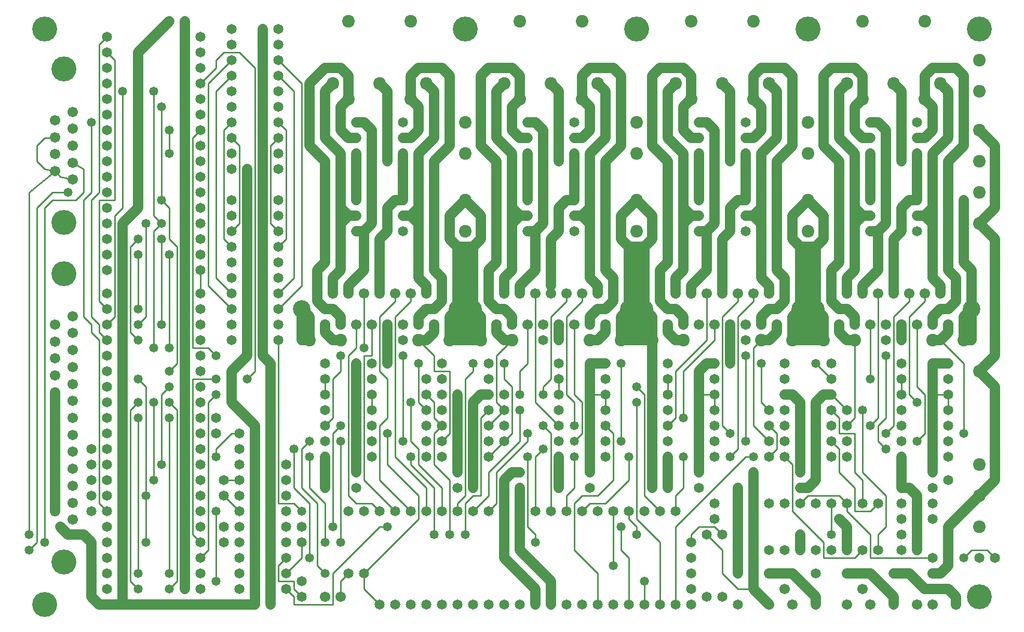
<source format=gtl>
%MOIN*%
%FSLAX25Y25*%
G04 D10 used for Character Trace; *
G04     Circle (OD=.01000) (No hole)*
G04 D11 used for Power Trace; *
G04     Circle (OD=.06500) (No hole)*
G04 D12 used for Signal Trace; *
G04     Circle (OD=.01100) (No hole)*
G04 D13 used for Via; *
G04     Circle (OD=.05800) (Round. Hole ID=.02800)*
G04 D14 used for Component hole; *
G04     Circle (OD=.06500) (Round. Hole ID=.03500)*
G04 D15 used for Component hole; *
G04     Circle (OD=.06700) (Round. Hole ID=.04300)*
G04 D16 used for Component hole; *
G04     Circle (OD=.08100) (Round. Hole ID=.05100)*
G04 D17 used for Component hole; *
G04     Circle (OD=.08900) (Round. Hole ID=.05900)*
G04 D18 used for Component hole; *
G04     Circle (OD=.11300) (Round. Hole ID=.08300)*
G04 D19 used for Component hole; *
G04     Circle (OD=.16000) (Round. Hole ID=.13000)*
G04 D20 used for Component hole; *
G04     Circle (OD=.18300) (Round. Hole ID=.15300)*
G04 D21 used for Component hole; *
G04     Circle (OD=.22291) (Round. Hole ID=.19291)*
%ADD10C,.01000*%
%ADD11C,.06500*%
%ADD12C,.01100*%
%ADD13C,.05800*%
%ADD14C,.06500*%
%ADD15C,.06700*%
%ADD16C,.08100*%
%ADD17C,.08900*%
%ADD18C,.11300*%
%ADD19C,.16000*%
%ADD20C,.18300*%
%ADD21C,.22291*%
%IPPOS*%
%LPD*%
G90*X0Y0D02*D19*X15000Y10000D03*X27400Y37400D03*  
D13*X5000Y45000D03*D12*X10000Y50000D01*Y265000D01*
X20000Y275000D01*X30000D01*D13*D03*D12*           
X20000Y270000D02*X35000D01*X15000Y265000D02*      
X20000Y270000D01*X15000Y50000D02*Y265000D01*D13*  
Y50000D03*X25000Y60000D03*D11*X30000Y55000D01*    
X40000D01*X45000Y50000D01*Y15000D01*              
X50000Y10000D01*X65000D01*X150000D01*Y30000D01*   
D13*D03*D11*Y80000D01*D13*D03*D11*Y110000D01*D14* 
D03*D11*Y125000D01*X135000Y140000D01*Y160000D01*  
X145000Y170000D01*D14*D03*D11*Y180000D01*D13*D03* 
D11*Y280000D01*D14*D03*D11*Y290000D01*D13*D03*D14*
X155000Y280000D03*D11*Y270000D01*D13*D03*D11*     
Y170000D01*D14*D03*D11*X160000Y165000D01*         
Y110000D01*D14*D03*D11*Y100000D01*D14*D03*D11*    
Y90000D01*D13*D03*D11*Y10000D01*D13*D03*D14*      
X170000Y20000D03*D12*X175000Y15000D01*Y10000D01*  
X200000D01*Y30000D01*X230000Y60000D01*X235000D01* 
D13*D03*D14*X240000Y70000D03*D12*X220000Y90000D01*
Y170000D01*X225000D01*Y190000D01*D15*D03*D12*     
X230000Y160000D02*Y195000D01*X235000Y155000D02*   
X230000Y160000D01*X235000Y130000D02*Y155000D01*   
X230000Y125000D02*X235000Y130000D01*              
X230000Y90000D02*Y125000D01*X250000Y70000D02*     
X230000Y90000D01*D14*X250000Y70000D03*D12*        
X220000Y30000D02*X255000Y65000D01*D14*            
X220000Y30000D03*D12*Y20000D01*X230000Y10000D01*  
D14*D03*X240000D03*X210000Y30000D03*D12*          
X205000Y25000D01*Y15000D01*D15*D03*X195000D03*D13*
Y30000D03*D12*X190000Y35000D01*Y75000D01*         
X180000Y85000D01*Y110000D01*X185000Y115000D01*D13*
D03*D14*X195000Y105000D03*D11*Y85000D01*D13*D03*  
D12*X185000Y40000D02*Y75000D01*D13*Y40000D03*D12* 
X170000Y30000D02*X180000Y40000D01*D14*            
X170000Y30000D03*D12*X175000Y20000D02*Y25000D01*  
X180000Y15000D02*X175000Y20000D01*D14*            
X180000Y15000D03*Y25000D03*D12*X165000D02*        
X175000D01*X165000D02*Y35000D01*X170000Y40000D01* 
D14*D03*X180000Y50000D03*D12*Y40000D01*D14*       
X170000Y50000D03*D13*X195000D03*D12*Y75000D01*    
X185000Y85000D01*Y105000D01*D13*D03*D14*          
X195000Y115000D03*D13*X175000Y110000D03*D12*      
Y85000D01*X185000Y75000D01*D13*X180000Y70000D03*  
D12*X175000Y75000D01*X165000D01*Y180000D01*D14*   
D03*Y190000D03*D11*X180000Y180000D02*X185000D01*  
D16*D03*D11*Y195000D01*X180000Y200000D01*D18*D03* 
D11*Y180000D01*D14*X195000Y165000D03*D11*         
X200000Y180000D02*X195000Y185000D01*              
X200000Y180000D02*X205000D01*D16*D03*D15*         
X215000Y190000D03*D12*Y175000D01*                 
X210000Y170000D01*Y80000D01*X215000Y75000D01*     
X225000D01*X230000Y70000D01*D14*D03*X220000D03*   
X215000Y85000D03*X210000Y70000D03*D12*            
X255000Y65000D02*Y80000D01*X235000Y100000D01*     
Y120000D01*D13*D03*X245000Y115000D03*D12*         
Y170000D01*D13*D03*D16*X255000Y180000D03*D12*     
X265000Y170000D01*Y160000D01*X275000D01*          
Y120000D01*X270000Y115000D01*D14*D03*D12*         
X265000Y100000D02*Y120000D01*X275000Y90000D02*    
X265000Y100000D01*X275000Y55000D02*Y90000D01*D13* 
Y55000D03*X285000D03*D12*Y75000D01*               
X290000Y80000D01*X295000D01*Y130000D01*           
X300000Y135000D01*D14*D03*D12*X310000D02*         
X305000Y140000D01*D14*X310000Y135000D03*D12*      
X300000Y125000D01*D14*D03*X310000Y115000D03*D12*  
X300000Y105000D01*D14*D03*D12*X310000Y115000D02*  
X315000Y120000D01*Y150000D01*X310000Y155000D01*   
Y165000D01*D13*D03*D12*X305000Y140000D02*         
Y170000D01*D14*X310000Y145000D03*X300000D03*D11*  
X295000D01*X290000Y140000D01*Y130000D01*D13*D03*  
D11*Y110000D01*D13*D03*D11*Y85000D01*D13*D03*D12* 
X280000Y75000D02*X285000Y80000D01*                
X280000Y70000D02*Y75000D01*D14*Y70000D03*D12*     
X285000Y80000D02*Y155000D01*X290000Y160000D01*    
Y165000D01*D13*D03*D14*X300000Y155000D03*         
Y165000D03*D16*X275000Y180000D03*D11*X280000D01*  
X285000D01*X290000D01*X295000D01*D16*D03*D11*     
Y195000D01*X290000Y200000D01*D18*D03*D11*         
Y180000D01*X285000D02*Y240000D01*X280000D01*      
Y230000D01*D13*D03*D11*Y220000D01*D13*D03*D11*    
Y200000D01*D18*D03*D11*Y180000D01*X275000D02*     
Y195000D01*X280000Y200000D01*X265000D02*          
X270000Y205000D01*X260000Y200000D02*X265000D01*   
X255000Y195000D02*X260000Y200000D01*              
X255000Y190000D02*Y195000D01*D15*Y190000D03*D14*  
X245000Y180000D03*D11*X260000D02*                 
X265000Y185000D01*X255000Y180000D02*X260000D01*   
D15*X265000Y190000D03*D11*Y185000D01*D13*         
X255000Y165000D03*D12*Y140000D01*                 
X260000Y135000D01*D14*D03*D12*X270000Y125000D02*  
X265000Y130000D01*D14*X270000Y125000D03*D12*      
X265000Y120000D01*D14*X260000Y125000D03*          
Y115000D03*D12*X255000Y100000D02*Y110000D01*      
X270000Y85000D02*X255000Y100000D01*               
X270000Y70000D02*Y85000D01*D14*Y70000D03*         
X260000D03*D12*Y85000D01*X240000Y105000D01*       
Y195000D01*X250000Y205000D01*Y210000D01*D15*D03*  
D11*X260000Y215000D02*X255000Y220000D01*          
X260000Y210000D02*Y215000D01*D15*Y210000D03*D11*  
X270000Y205000D02*Y220000D01*X255000D02*          
Y255000D01*Y265000D01*X250000Y260000D01*          
X255000Y255000D01*X245000Y260000D02*X250000D01*   
D14*X245000D03*D11*X230000Y245000D02*             
X235000Y250000D01*X230000Y240000D02*Y245000D01*   
D14*Y240000D03*D11*Y210000D01*D15*D03*D12*        
Y195000D02*X240000Y205000D01*D15*                 
X235000Y190000D03*D11*Y180000D01*D14*D03*D11*     
Y165000D01*D13*D03*D14*X225000Y155000D03*         
Y165000D03*D13*X220000Y175000D03*D12*Y210000D01*  
D15*D03*D11*X210000D02*Y215000D01*D15*Y210000D03* 
D11*Y215000D02*X220000Y225000D01*Y240000D01*D14*  
D03*D11*Y250000D01*X215000D01*D14*D03*D11*        
X220000D02*X225000Y255000D01*Y315000D01*          
X220000Y320000D01*X215000D01*D14*D03*D11*         
X205000Y315000D02*Y330000D01*X210000Y310000D02*   
X205000Y315000D01*X210000Y310000D02*X215000D01*   
D14*D03*D11*X205000Y265000D02*Y300000D01*         
Y255000D02*Y265000D01*Y225000D02*Y255000D01*      
X200000Y220000D02*X205000Y225000D01*              
X200000Y210000D02*Y220000D01*D15*Y210000D03*D11*  
X195000Y200000D02*X200000D01*X205000Y195000D01*   
Y190000D01*D15*D03*D11*X195000Y200000D02*         
X190000Y205000D01*Y225000D01*X195000Y230000D01*   
Y295000D01*X185000Y305000D01*Y345000D01*          
X195000Y355000D01*X205000D01*X210000Y350000D01*   
Y335000D01*D16*D03*D11*X205000Y330000D01*         
X195000Y310000D02*Y340000D01*X205000Y300000D02*   
X195000Y310000D01*D14*X215000Y290000D03*D11*      
Y280000D01*D14*D03*D11*Y270000D01*D14*D03*D11*    
X205000Y255000D02*X210000Y260000D01*X215000D01*   
D14*D03*D11*X210000D02*X205000Y265000D01*         
X215000Y290000D02*Y300000D01*D14*D03*D13*         
X235000Y295000D03*D11*Y340000D01*                 
X230000Y345000D01*D16*D03*X250000Y335000D03*D11*  
X255000Y330000D01*Y315000D01*X250000Y310000D01*   
X245000D01*D14*D03*D11*X255000Y265000D02*         
Y300000D01*D14*X245000Y270000D03*D11*X240000D01*  
X235000Y265000D01*Y250000D01*D14*X245000D03*D11*  
Y270000D02*Y280000D01*D14*D03*D11*Y290000D01*D14* 
D03*D11*Y300000D01*D14*D03*D11*X255000D02*        
X265000Y310000D01*Y340000D01*X260000Y345000D01*   
D16*D03*D11*X275000Y350000D02*X270000Y355000D01*  
X275000Y305000D02*Y350000D01*X265000Y295000D02*   
X275000Y305000D01*X265000Y225000D02*Y295000D01*   
X270000Y220000D02*X265000Y225000D01*              
X290000Y200000D02*Y220000D01*D13*D03*D11*         
Y230000D01*D13*D03*D11*Y240000D01*X285000D01*     
X290000D02*X295000Y245000D01*Y260000D01*          
X285000Y270000D01*D16*D03*D11*X275000Y260000D01*  
Y245000D01*X280000Y240000D01*D16*                 
X285000Y250000D03*D11*X300000Y205000D02*          
Y225000D01*X305000Y200000D02*X300000Y205000D01*   
X305000Y200000D02*X310000D01*X315000Y195000D01*   
Y190000D01*D15*D03*D11*X310000Y180000D02*         
X315000D01*D16*D03*D12*X305000Y170000D01*D11*     
X310000Y180000D02*X305000Y185000D01*Y190000D01*   
D15*D03*X320000Y210000D03*D11*Y215000D01*         
X330000Y225000D01*Y240000D01*D14*D03*D11*         
Y250000D01*X325000D01*D14*D03*D11*X330000D02*     
X335000Y255000D01*Y315000D01*X330000Y320000D01*   
X325000D01*D14*D03*D11*X315000Y315000D02*         
Y330000D01*X320000Y310000D02*X315000Y315000D01*   
X320000Y310000D02*X325000D01*D14*D03*D11*         
X315000Y265000D02*Y300000D01*Y255000D02*          
Y265000D01*Y225000D02*Y255000D01*                 
X310000Y220000D02*X315000Y225000D01*              
X310000Y210000D02*Y220000D01*D15*Y210000D03*D11*  
X300000Y225000D02*X305000Y230000D01*Y295000D01*   
X295000Y305000D01*Y350000D01*X300000Y355000D01*   
X315000D01*X320000Y350000D01*Y335000D01*D16*D03*  
D11*X315000Y330000D01*X305000Y310000D02*          
Y340000D01*X315000Y300000D02*X305000Y310000D01*   
D14*X325000Y290000D03*D11*Y280000D01*D14*D03*D11* 
Y270000D01*D14*D03*D11*X315000Y255000D02*         
X320000Y260000D01*X325000D01*D14*D03*D11*         
X320000D02*X315000Y265000D01*D14*                 
X340000Y240000D03*D11*Y215000D01*D15*Y210000D03*  
D12*Y195000D02*X350000Y205000D01*                 
X340000Y155000D02*Y195000D01*X335000Y150000D02*   
X340000Y155000D01*X335000Y145000D02*Y150000D01*   
D13*Y145000D03*D12*X345000Y125000D02*             
X330000Y140000D01*D14*X345000Y125000D03*D12*      
X340000Y70000D02*Y120000D01*D14*Y70000D03*D12*    
X350000D02*Y80000D01*D14*Y70000D03*D12*           
X355000Y45000D02*Y75000D01*X370000Y30000D02*      
X355000Y45000D01*X370000Y10000D02*Y30000D01*D14*  
Y10000D03*X380000D03*X360000D03*X390000D03*D12*   
Y40000D01*X385000Y45000D01*Y60000D01*D13*D03*D12* 
X395000D02*X390000Y65000D01*X395000Y55000D02*     
Y60000D01*D13*Y55000D03*D12*X410000Y50000D02*     
X395000Y65000D01*X410000Y10000D02*Y50000D01*D14*  
Y10000D03*X420000D03*D12*Y60000D01*               
X465000Y105000D01*X470000D01*D13*D03*D14*         
X480000Y115000D03*D12*X470000Y125000D01*          
Y175000D01*X475000Y180000D01*D16*D03*D11*         
X480000D01*X485000Y185000D01*Y190000D01*D15*D03*  
D16*X495000Y180000D03*D11*X500000D01*X505000D01*  
X510000D01*X515000D01*D16*D03*D11*Y195000D01*     
X510000Y200000D01*D18*D03*D11*Y180000D01*         
X505000D02*Y240000D01*X500000D01*Y230000D01*D13*  
D03*D11*Y220000D01*D13*D03*D11*Y200000D01*D18*D03*
D11*Y180000D01*X495000D02*Y195000D01*             
X500000Y200000D01*X485000D02*X490000Y205000D01*   
X480000Y200000D02*X485000D01*X475000Y195000D02*   
X480000Y200000D01*X475000Y190000D02*Y195000D01*   
D15*Y190000D03*D14*X465000Y180000D03*D15*         
Y190000D03*D11*X490000Y205000D02*Y220000D01*      
X485000Y225000D01*Y295000D01*X495000Y305000D01*   
Y350000D01*X490000Y355000D01*X475000D01*          
X470000Y350000D01*Y335000D01*D16*D03*D11*         
X475000Y330000D01*Y315000D01*X470000Y310000D01*   
X465000D01*D14*D03*D11*X475000Y265000D02*         
Y300000D01*Y255000D02*Y265000D01*Y220000D02*      
Y255000D01*X480000Y215000D02*X475000Y220000D01*   
X480000Y210000D02*Y215000D01*D15*Y210000D03*      
X470000D03*D12*Y205000D01*X460000Y195000D01*      
Y110000D01*X455000Y105000D01*D13*D03*             
X465000Y115000D03*D12*Y170000D01*D13*D03*D14*     
X455000Y180000D03*D11*Y165000D01*D13*D03*D14*     
X445000Y155000D03*Y165000D03*D11*X440000D01*      
X435000Y160000D01*Y155000D01*D13*D03*D11*         
Y145000D01*Y95000D01*D14*D03*X445000Y105000D03*   
D13*X425000D03*D12*Y85000D01*X420000Y80000D01*    
Y70000D01*D14*D03*X410000D03*D12*X400000Y80000D01*
Y145000D01*X395000Y150000D01*D13*D03*Y140000D03*  
D12*Y65000D01*D14*X400000Y70000D03*X390000D03*D12*
Y65000D01*D14*X380000Y70000D03*D12*Y35000D01*D13* 
D03*X400000Y25000D03*D12*Y10000D01*D14*D03*       
X430000Y40000D03*Y10000D03*Y20000D03*Y30000D03*   
Y50000D03*D12*Y55000D01*X435000Y60000D01*         
X445000D01*X450000Y55000D01*D14*D03*              
X460000Y65000D03*D11*Y55000D01*D13*D03*D11*       
Y30000D01*D14*D03*D11*X480000Y10000D02*           
X470000Y20000D01*D15*X480000Y10000D03*            
X490000Y20000D03*D12*X460000D02*X470000D01*       
X460000D02*X450000Y30000D01*Y45000D01*            
X440000Y55000D01*D14*D03*X445000Y65000D03*        
Y75000D03*D11*X460000Y65000D02*Y85000D01*D13*D03* 
X470000Y95000D03*D11*Y65000D01*D14*D03*D11*       
Y20000D01*D15*X480000Y30000D03*D11*X495000D01*    
X510000Y15000D01*Y10000D01*D14*D03*D15*X495000D03*
X530000Y30000D03*D11*X545000D01*X560000Y15000D01* 
Y10000D01*D14*D03*D15*X575000D03*X545000D03*D11*  
X580000Y20000D02*X570000Y30000D01*                
X580000Y20000D02*X595000D01*D15*D03*D11*          
X600000Y15000D01*Y10000D01*D15*D03*X585000D03*D19*
X615000Y15000D03*D11*X585000Y30000D02*X590000D01* 
D15*X585000D03*D11*X590000D02*X595000Y35000D01*   
Y50000D01*D14*D03*D11*Y60000D01*X615000Y80000D01* 
D16*D03*D11*X625000Y90000D01*Y150000D01*          
X615000Y160000D01*D16*D03*D11*X625000Y170000D01*  
Y245000D01*X615000Y255000D01*D16*D03*D11*         
X625000Y265000D01*Y305000D01*X615000Y315000D01*   
D16*D03*D11*X595000Y295000D02*X605000Y305000D01*  
X595000Y225000D02*Y295000D01*X600000Y220000D02*   
X595000Y225000D01*X600000Y205000D02*Y220000D01*   
X595000Y200000D02*X600000Y205000D01*              
X590000Y200000D02*X595000D01*X585000Y195000D02*   
X590000Y200000D01*X585000Y190000D02*Y195000D01*   
D15*Y190000D03*D11*X590000Y180000D02*             
X595000Y185000D01*D12*X605000Y165000D02*          
X590000Y180000D01*X605000Y120000D02*Y165000D01*   
D13*Y120000D03*D14*X595000Y125000D03*Y115000D03*  
Y105000D03*Y135000D03*D12*Y145000D01*D14*D03*D12* 
X585000D01*D11*Y95000D01*D14*D03*X595000Y90000D03*
X585000Y85000D03*D11*X575000Y75000D02*Y80000D01*  
D14*Y75000D03*D11*Y65000D01*D14*D03*D11*Y55000D01*
D14*D03*D11*Y45000D01*D14*D03*X565000Y55000D03*   
X585000Y40000D03*D12*X545000D01*Y55000D01*        
X530000Y70000D01*Y75000D01*D14*D03*D12*           
X525000Y80000D01*X505000D01*X500000Y75000D01*D14* 
D03*D12*X515000Y50000D02*X495000Y70000D01*        
X515000Y40000D02*Y50000D01*Y40000D02*X535000D01*  
X540000Y45000D01*D14*D03*D12*X550000D02*Y55000D01*
D14*Y45000D03*D12*Y55000D02*X555000Y60000D01*     
Y80000D01*X540000Y95000D01*Y135000D01*D13*D03*D12*
X530000Y125000D02*X535000Y130000D01*D14*          
X530000Y125000D03*D12*X535000Y95000D02*Y120000D01*
X540000Y90000D02*X535000Y95000D01*                
X540000Y75000D02*Y90000D01*D14*Y75000D03*D12*     
X535000Y70000D02*X545000D01*X535000D02*Y85000D01* 
X525000Y95000D01*Y110000D01*X520000Y115000D01*D14*
D03*D12*X525000Y120000D02*X535000D01*D14*         
X530000Y115000D03*D12*X525000Y120000D02*          
Y130000D01*D14*X520000Y125000D03*D12*             
X535000Y130000D02*Y180000D01*D16*D03*D11*         
X530000D01*X525000Y185000D01*Y190000D01*D15*D03*  
D11*X535000Y195000D02*X530000Y200000D01*          
X535000Y190000D02*Y195000D01*D15*Y190000D03*D11*  
X525000Y200000D02*X530000D01*X525000D02*          
X520000Y205000D01*Y225000D01*X525000Y230000D01*   
Y295000D01*X515000Y305000D01*Y350000D01*          
X520000Y355000D01*X535000D01*X540000Y350000D01*   
Y335000D01*D16*D03*D11*X535000Y330000D01*         
Y315000D01*X540000Y310000D01*X545000D01*D14*D03*  
D11*X535000Y265000D02*Y300000D01*Y255000D02*      
Y265000D01*Y225000D02*Y255000D01*                 
X530000Y220000D02*X535000Y225000D01*              
X530000Y210000D02*Y220000D01*D15*Y210000D03*      
X540000D03*D11*Y215000D01*X550000Y225000D01*      
Y240000D01*D14*D03*D11*Y250000D01*X545000D01*D14* 
D03*D11*X550000D02*X555000Y255000D01*Y315000D01*  
X550000Y320000D01*X545000D01*D14*D03*D11*         
X565000Y295000D02*Y340000D01*D13*Y295000D03*D14*  
X575000Y290000D03*D11*Y280000D01*D14*D03*D11*     
Y270000D01*D14*D03*D11*X570000D01*                
X565000Y265000D01*Y250000D01*X560000Y245000D01*   
Y240000D01*D14*D03*D11*Y210000D01*D15*D03*D12*    
Y195000D02*X570000Y205000D01*X560000Y125000D02*   
Y195000D01*X555000Y120000D02*X560000Y125000D01*   
D13*X555000Y120000D03*D12*X550000Y115000D02*      
Y125000D01*X555000Y110000D02*X550000Y115000D01*   
D13*X555000Y110000D03*D14*X565000Y105000D03*D11*  
Y85000D01*D13*D03*D11*X570000D01*X575000Y80000D01*
D14*X585000Y75000D03*X565000D03*Y65000D03*        
X585000D03*X550000Y75000D03*D12*X545000Y70000D01* 
D11*X530000Y45000D02*Y60000D01*D14*Y45000D03*D13* 
X520000Y55000D03*D12*Y75000D01*D14*D03*X510000D03*
D13*X525000Y65000D03*D11*X530000Y60000D01*D14*    
X520000Y45000D03*X510000D03*D11*X500000Y85000D02* 
X505000D01*D14*X500000D03*D11*X505000D02*         
X510000Y90000D01*Y110000D01*D13*D03*D11*          
Y140000D01*X515000Y145000D01*X520000D01*D14*D03*  
D12*X530000Y135000D01*D14*D03*D12*                
X525000Y130000D02*X520000Y135000D01*D14*D03*D11*  
X500000Y95000D02*Y140000D01*D14*Y95000D03*D12*    
X495000Y70000D02*Y100000D01*D14*X490000Y75000D03* 
X480000D03*D13*X500000Y55000D03*D11*Y45000D01*D14*
D03*X490000D03*X510000Y30000D03*X480000Y45000D03* 
D15*X530000Y10000D03*X540000Y20000D03*D14*        
X460000Y10000D03*X450000Y15000D03*D12*            
X495000Y100000D02*X490000Y105000D01*D14*D03*D12*  
X480000D02*X485000Y110000D01*D14*                 
X480000Y105000D03*D12*X485000Y110000D02*          
Y120000D01*X480000Y125000D01*D14*D03*             
X490000Y115000D03*Y135000D03*Y125000D03*          
X480000Y135000D03*D12*X475000Y140000D01*          
Y165000D01*D13*D03*D14*X490000Y155000D03*         
Y165000D03*D11*X500000Y140000D02*                 
X495000Y145000D01*X490000D01*D14*D03*D13*         
X510000Y165000D03*D12*X520000Y155000D01*D14*D03*  
Y165000D03*D13*X545000Y155000D03*D12*Y190000D01*  
D15*D03*D14*X555000Y180000D03*D15*Y190000D03*D14* 
X565000Y180000D03*D11*Y190000D01*D15*D03*D12*     
X570000Y145000D02*Y195000D01*X575000Y140000D02*   
X570000Y145000D01*D13*X575000Y140000D03*D12*      
X580000Y120000D02*Y145000D01*X575000Y115000D02*   
X580000Y120000D01*D13*X575000Y115000D03*D14*      
X565000Y125000D03*Y115000D03*D12*                 
X550000Y125000D02*X555000Y130000D01*Y170000D01*   
D13*D03*D14*X565000Y165000D03*Y155000D03*D12*     
Y145000D01*D14*D03*Y135000D03*D12*                
X580000Y145000D02*X575000Y150000D01*Y190000D01*   
D15*D03*D12*X570000Y195000D02*X580000Y205000D01*  
Y210000D01*D15*D03*D11*X590000Y215000D02*         
X585000Y220000D01*X590000Y210000D02*Y215000D01*   
D15*Y210000D03*D11*X585000Y220000D02*Y255000D01*  
Y265000D01*X580000Y260000D01*X585000Y255000D01*   
X575000Y260000D02*X580000D01*D14*X575000D03*      
Y250000D03*D11*X585000Y265000D02*Y300000D01*      
X595000Y310000D01*Y340000D01*X590000Y345000D01*   
D16*D03*D11*X605000Y350000D02*X600000Y355000D01*  
X605000Y305000D02*Y350000D01*D16*                 
X615000Y295000D03*D11*X580000Y310000D02*          
X585000Y315000D01*X575000Y310000D02*X580000D01*   
D14*X575000D03*Y320000D03*Y300000D03*D11*         
Y290000D01*X585000Y315000D02*Y330000D01*          
X580000Y335000D01*D16*D03*D11*Y350000D01*         
X585000Y355000D01*X600000D01*D16*                 
X615000Y340000D03*Y360000D03*D19*Y380000D03*D16*  
X580000Y385000D03*D11*X565000Y340000D02*          
X560000Y345000D01*D16*D03*X530000D03*D11*         
X525000Y340000D01*Y310000D01*X535000Y300000D01*   
D14*X545000Y290000D03*D11*Y280000D01*D14*D03*D11* 
Y270000D01*D14*D03*D11*X535000Y255000D02*         
X540000Y260000D01*X545000D01*D14*D03*D11*         
X540000D02*X535000Y265000D01*X510000Y240000D02*   
X515000Y245000D01*X510000Y230000D02*Y240000D01*   
D13*Y230000D03*D11*Y220000D01*D13*D03*D11*        
Y200000D01*X505000Y240000D02*X510000D01*          
X500000D02*X495000Y245000D01*Y260000D01*          
X505000Y270000D01*D16*D03*D11*X515000Y260000D01*  
Y245000D01*D16*X505000Y250000D03*D15*             
X550000Y210000D03*D12*Y130000D01*                 
X545000Y125000D01*D13*D03*D14*X530000Y105000D03*  
X520000D03*D13*X585000Y165000D03*D11*Y145000D01*  
D14*X595000Y155000D03*Y165000D03*D11*X585000D01*  
Y180000D02*X590000D01*D16*X585000D03*D15*         
X595000Y190000D03*D11*Y185000D01*                 
X605000Y180000D02*Y195000D01*D16*Y180000D03*D11*  
X610000D01*Y200000D01*D18*D03*D11*                
X605000Y195000D01*X610000Y200000D02*Y225000D01*   
X605000Y230000D01*Y270000D01*D13*D03*D16*         
X615000Y275000D03*D15*X570000Y210000D03*D12*      
Y205000D01*D11*X545000Y290000D02*Y300000D01*D14*  
D03*D16*X505000Y320000D03*Y300000D03*D11*         
X485000Y310000D02*Y340000D01*X475000Y300000D02*   
X485000Y310000D01*D14*X465000Y290000D03*D11*      
Y280000D01*D14*D03*D11*Y270000D01*D14*D03*D11*    
X460000D01*X455000Y265000D01*Y250000D01*          
X450000Y245000D01*Y240000D01*D14*D03*D11*         
Y210000D01*D15*D03*D12*Y195000D02*                
X460000Y205000D01*X450000Y125000D02*Y195000D01*   
X455000Y120000D02*X450000Y125000D01*D13*          
X455000Y120000D03*D14*X445000Y125000D03*          
Y115000D03*Y135000D03*D12*Y145000D01*D14*D03*D12* 
X435000D01*X420000Y130000D02*Y160000D01*          
X415000Y125000D02*X420000Y130000D01*D14*          
X415000Y125000D03*Y135000D03*Y115000D03*D13*      
X425000Y130000D03*D12*Y160000D01*                 
X445000Y180000D01*Y190000D01*D15*D03*D11*         
X455000Y180000D02*Y190000D01*D15*D03*D12*         
X460000Y205000D02*Y210000D01*D15*D03*D11*         
X430000Y215000D02*X440000Y225000D01*              
X430000Y210000D02*Y215000D01*D15*Y210000D03*D11*  
X420000D02*Y220000D01*D15*Y210000D03*D11*         
X415000Y200000D02*X420000D01*X425000Y195000D01*   
Y190000D01*D15*D03*D11*X415000Y200000D02*         
X410000Y205000D01*Y225000D01*X415000Y230000D01*   
Y295000D01*X405000Y305000D01*Y350000D01*          
X410000Y355000D01*X425000D01*X430000Y350000D01*   
Y335000D01*D16*D03*D11*X425000Y330000D01*         
Y315000D01*X430000Y310000D01*X435000D01*D14*D03*  
D11*X425000Y265000D02*Y300000D01*Y255000D02*      
Y265000D01*Y225000D02*Y255000D01*                 
X420000Y220000D02*X425000Y225000D01*D14*          
X440000Y240000D03*D11*Y225000D01*Y240000D02*      
Y250000D01*X435000D01*D14*D03*D11*X440000D02*     
X445000Y255000D01*Y315000D01*X440000Y320000D01*   
X435000D01*D14*D03*D11*X455000Y295000D02*         
Y340000D01*D13*Y295000D03*D11*X465000Y290000D02*  
Y300000D01*D14*D03*Y320000D03*X435000Y270000D03*  
D11*Y280000D01*D14*D03*D11*Y290000D01*D14*D03*D11*
Y300000D01*D14*D03*D11*X425000D02*                
X415000Y310000D01*Y340000D01*X420000Y345000D01*   
D16*D03*X395000Y320000D03*X450000Y345000D03*D11*  
X455000Y340000D01*D16*X480000Y345000D03*D11*      
X485000Y340000D01*D19*X505000Y380000D03*D16*      
X470000Y385000D03*X430000D03*X540000D03*D11*      
X430000Y260000D02*X425000Y265000D01*Y255000D02*   
X430000Y260000D01*X435000D01*D14*D03*             
X465000Y250000D03*Y260000D03*D11*X470000D01*      
X475000Y255000D01*X470000Y260000D02*              
X475000Y265000D01*D15*X440000Y210000D03*D12*      
Y180000D01*X420000Y160000D01*D14*                 
X415000Y165000D03*Y155000D03*D12*Y145000D01*D14*  
D03*D13*X385000Y115000D03*D12*Y165000D01*D13*D03* 
D14*X375000Y155000D03*Y165000D03*D11*X365000D01*  
D13*D03*D11*Y145000D01*Y95000D01*D14*D03*         
X375000Y105000D03*D13*X355000D03*D12*Y85000D01*   
X350000Y80000D01*X355000Y75000D02*                
X360000Y80000D01*X370000D01*X380000Y90000D01*     
Y120000D01*X375000Y125000D01*D14*D03*Y135000D03*  
D12*Y145000D01*D14*D03*D12*X365000D01*            
X360000Y120000D02*Y140000D01*X355000Y115000D02*   
X360000Y120000D01*D13*X355000Y115000D03*D14*      
X345000Y105000D03*D11*Y85000D01*D13*D03*D14*      
X360000Y70000D03*D12*X365000Y75000D01*X375000D01* 
X390000Y90000D01*Y105000D01*D13*D03*D14*          
X375000Y115000D03*D13*X405000Y85000D03*D11*       
Y180000D01*D16*D03*D11*X400000D01*X395000D01*     
X390000D01*X385000D01*D16*D03*D11*Y195000D01*     
X390000Y200000D01*D18*D03*D11*Y180000D01*         
X395000D02*Y240000D01*X390000D01*Y230000D01*D13*  
D03*D11*Y220000D01*D13*D03*D11*Y200000D01*        
X375000D02*X380000Y205000D01*X370000Y200000D02*   
X375000D01*X365000Y195000D02*X370000Y200000D01*   
X365000Y190000D02*Y195000D01*D15*Y190000D03*D11*  
X370000Y180000D02*X375000Y185000D01*              
X365000Y180000D02*X370000D01*D16*X365000D03*D15*  
X375000Y190000D03*D11*Y185000D01*                 
X380000Y205000D02*Y220000D01*X375000Y225000D01*   
Y295000D01*X385000Y305000D01*Y350000D01*          
X380000Y355000D01*X365000D01*X360000Y350000D01*   
Y335000D01*D16*D03*D11*X365000Y330000D01*         
Y315000D01*X360000Y310000D01*X355000D01*D14*D03*  
D11*X365000Y265000D02*Y300000D01*Y255000D02*      
Y265000D01*Y220000D02*Y255000D01*                 
X370000Y215000D02*X365000Y220000D01*              
X370000Y210000D02*Y215000D01*D15*Y210000D03*      
X360000D03*D12*Y205000D01*X350000Y195000D01*      
Y145000D01*X355000Y140000D01*Y125000D01*D13*D03*  
D14*X345000Y135000D03*Y115000D03*D12*             
X360000Y140000D02*X355000Y145000D01*Y190000D01*   
D15*D03*D14*X345000Y180000D03*D11*Y190000D01*D15* 
D03*D14*X335000Y180000D03*D15*Y190000D03*D12*     
X350000Y205000D02*Y210000D01*D15*D03*X330000D03*  
D12*Y140000D01*D13*X320000Y145000D03*D12*         
Y160000D01*X325000Y165000D01*Y190000D01*D15*D03*  
D14*X345000Y165000D03*Y155000D03*D12*Y145000D01*  
D14*D03*D13*X335000Y125000D03*D12*                
X340000Y120000D01*D13*X335000Y110000D03*D12*      
X330000Y105000D01*Y70000D01*D14*D03*D12*Y55000D02*
X325000Y60000D01*X330000Y50000D02*Y55000D01*D13*  
Y50000D03*D12*X325000Y60000D02*Y105000D01*D13*D03*
D11*X310000Y90000D02*X315000Y95000D01*            
X310000Y70000D02*Y90000D01*D14*Y70000D03*D11*     
Y40000D01*X330000Y20000D01*Y10000D01*D14*D03*     
X340000D03*D11*Y25000D01*X320000Y45000D01*        
Y70000D01*D14*D03*D11*Y85000D01*D14*D03*Y95000D03*
D11*X315000D01*D12*X305000Y75000D02*Y95000D01*    
X300000Y70000D02*X305000Y75000D01*D14*            
X300000Y70000D03*D12*X290000D02*X300000Y80000D01* 
D14*X290000Y70000D03*D12*X300000Y80000D02*        
Y95000D01*X320000Y115000D01*Y135000D01*D13*D03*   
D14*X310000Y125000D03*D13*X325000Y120000D03*D12*  
Y115000D01*X305000Y95000D01*D14*X300000Y115000D03*
X280000Y95000D03*D11*Y145000D01*D13*D03*D14*      
X270000Y155000D03*Y135000D03*Y145000D03*D12*      
X265000Y130000D02*Y140000D01*X260000Y145000D01*   
D14*D03*Y155000D03*D13*X250000Y140000D03*D12*     
Y115000D01*X255000Y110000D01*D14*                 
X260000Y105000D03*D13*X250000D03*D12*Y100000D01*  
X265000Y85000D01*Y55000D01*D13*D03*D14*           
X280000Y85000D03*X310000Y10000D03*X250000D03*     
X260000D03*X270000D03*X280000D03*X290000D03*      
X300000D03*X215000Y95000D03*D11*Y165000D01*D13*   
D03*X205000Y170000D03*D12*Y160000D01*             
X200000Y155000D01*Y130000D01*X195000Y125000D01*   
D14*D03*D12*X200000Y60000D02*Y120000D01*D13*      
Y60000D03*X205000Y50000D03*D12*Y115000D01*D13*D03*
D12*X200000Y120000D02*X205000Y125000D01*D13*D03*  
D14*X195000Y135000D03*X225000Y105000D03*          
Y145000D03*D12*Y135000D01*D14*D03*Y125000D03*     
Y115000D03*X195000Y155000D03*D12*Y145000D01*D14*  
D03*D11*Y185000D02*Y190000D01*D15*D03*D12*        
X165000Y200000D02*X180000Y215000D01*D14*          
X165000Y200000D03*Y210000D03*D12*                 
X175000Y220000D01*Y340000D01*X165000Y350000D01*   
D14*D03*Y360000D03*D12*X180000Y345000D01*         
Y215000D01*D14*X165000Y230000D03*Y220000D03*      
Y240000D03*D12*X170000Y245000D01*Y315000D01*      
X165000Y320000D01*D14*D03*Y330000D03*Y310000D03*  
D12*X160000Y305000D01*Y255000D01*                 
X165000Y250000D01*D14*D03*Y260000D03*Y270000D03*  
D12*X135000Y250000D02*X140000Y255000D01*D14*      
X135000Y250000D03*D12*X140000Y255000D02*          
Y305000D01*X135000Y310000D01*D14*D03*D12*         
X130000Y245000D02*Y315000D01*X135000Y240000D02*   
X130000Y245000D01*D14*X135000Y240000D03*          
Y230000D03*X115000Y255000D03*D12*                 
X135000Y210000D02*X125000Y220000D01*D14*          
X135000Y210000D03*D12*X125000Y220000D02*          
Y340000D01*X135000Y350000D01*D14*D03*D12*         
X125000Y355000D02*Y360000D01*X115000Y345000D02*   
X125000Y355000D01*D14*X115000Y345000D03*D12*      
X120000Y215000D02*Y345000D01*X135000Y200000D02*   
X120000Y215000D01*D14*X135000Y200000D03*          
Y190000D03*X115000Y180000D03*Y210000D03*D12*      
Y225000D01*D14*D03*Y235000D03*D12*                
X100000Y165000D02*Y240000D01*X95000Y160000D02*    
X100000Y165000D01*D13*X95000Y160000D03*Y150000D03*
D12*X90000Y145000D01*Y100000D01*D13*D03*          
X85000Y90000D03*D12*Y140000D01*D13*D03*           
X95000Y130000D03*D12*Y30000D01*D13*D03*D12*       
Y20000D02*X100000Y25000D01*D13*X95000Y20000D03*   
D12*X100000Y25000D02*Y135000D01*X95000Y140000D01* 
D13*D03*X105000Y130000D03*D11*Y110000D01*D13*D03* 
D11*Y20000D01*D13*D03*D14*X115000Y30000D03*       
Y20000D03*Y40000D03*D12*X120000Y45000D01*         
Y140000D01*X125000Y145000D01*D13*D03*D14*         
X115000Y150000D03*D13*X125000Y155000D03*D12*      
X110000D01*Y55000D01*X115000Y50000D01*D14*D03*    
Y60000D03*X130000Y50000D03*Y60000D03*D13*         
X125000Y70000D03*D12*Y25000D01*D13*D03*D14*       
X140000Y40000D03*Y20000D03*Y30000D03*Y50000D03*   
Y60000D03*X170000Y70000D03*D13*X80000Y50000D03*   
D12*Y80000D01*D13*D03*D12*Y150000D01*             
X75000Y155000D01*D13*D03*Y140000D03*D12*          
X70000Y135000D01*Y25000D01*X75000Y20000D01*D13*   
D03*D11*X65000Y10000D02*Y85000D01*D13*D03*D11*    
Y100000D01*D13*D03*D11*Y120000D01*D13*D03*D11*    
Y225000D01*D13*D03*D11*Y255000D01*                
X75000Y265000D01*Y285000D01*D13*D03*D11*          
Y330000D01*D13*D03*D11*Y365000D01*                
X95000Y385000D01*D14*D03*X105000D03*D11*          
Y130000D01*D14*X115000Y120000D03*Y140000D03*      
Y130000D03*D12*X125000Y105000D02*Y110000D01*D13*  
Y105000D03*D12*Y110000D02*X135000Y120000D01*      
X140000D01*D14*D03*Y110000D03*X125000Y130000D03*  
Y120000D03*X140000Y100000D03*X115000Y110000D03*   
Y100000D03*X170000Y90000D03*X115000D03*           
X170000Y100000D03*X130000Y90000D03*D12*X140000D01*
D14*D03*X130000Y80000D03*D12*X140000Y70000D01*D14*
D03*Y80000D03*X115000D03*Y70000D03*               
X170000Y60000D03*Y80000D03*X180000Y60000D03*D13*  
X75000Y130000D03*D12*Y30000D01*D13*D03*D14*       
X55000Y50000D03*Y40000D03*Y30000D03*Y20000D03*    
Y60000D03*D15*X33100Y64600D03*D14*X55000Y70000D03*
D12*X50000Y75000D01*Y180000D01*X45000Y185000D01*  
Y190000D01*X40000Y195000D01*Y270000D01*           
X45000Y275000D01*Y320000D01*D13*D03*D14*          
X55000Y315000D03*D15*X33100Y326800D03*D14*        
X55000Y325000D03*D15*X33100Y315900D03*D14*        
X55000Y335000D03*D15*X33100Y305000D03*D14*        
X55000D03*D13*X65000Y340000D03*D12*Y265000D01*    
X60000Y260000D01*Y195000D01*X55000Y190000D01*D14* 
D03*D12*Y180000D02*X50000Y185000D01*D14*          
X55000Y180000D03*D12*X50000Y185000D02*Y190000D01* 
X45000Y195000D01*Y270000D01*X50000Y275000D01*     
Y370000D01*X55000Y375000D01*D14*D03*Y365000D03*   
D12*X60000Y360000D01*Y270000D01*X50000D01*        
Y205000D01*X55000Y200000D01*D14*D03*Y210000D03*   
D12*X75000Y180000D02*X70000Y185000D01*D13*        
X75000Y180000D03*D12*X70000Y185000D02*Y240000D01* 
X75000Y245000D01*D13*D03*X80000Y255000D03*D12*    
Y195000D01*X75000Y190000D01*D13*D03*Y200000D03*   
D12*Y235000D01*D13*D03*D12*X85000Y175000D02*      
Y250000D01*D13*Y175000D03*X95000D03*D12*          
Y235000D01*D13*D03*D12*X100000Y240000D02*         
X95000Y245000D01*Y265000D01*X90000Y270000D01*D13* 
D03*D12*Y330000D01*D13*D03*X85000Y340000D03*D12*  
Y260000D01*X90000Y255000D01*D13*D03*D12*          
X85000Y250000D01*D13*X90000Y245000D03*D12*        
Y190000D01*D13*D03*D12*X110000Y175000D02*         
X120000D01*X125000Y170000D01*D13*D03*D14*         
X135000Y180000D03*X115000Y160000D03*Y170000D03*   
D12*X110000Y175000D02*Y310000D01*                 
X115000Y315000D01*D14*D03*Y325000D03*Y305000D03*  
D12*X130000Y315000D02*X135000Y320000D01*D14*D03*  
Y330000D03*X115000Y335000D03*X135000Y340000D03*   
Y300000D03*X115000Y295000D03*D12*                 
X120000Y345000D02*X135000Y360000D01*D14*D03*D12*  
X150000Y355000D02*X140000Y365000D01*              
X150000Y160000D02*Y355000D01*X145000Y155000D02*   
X150000Y160000D01*D13*X145000Y155000D03*D14*      
X115000Y190000D03*Y200000D03*X135000Y220000D03*   
X55000Y245000D03*Y235000D03*Y225000D03*Y170000D03*
Y160000D03*Y150000D03*Y140000D03*Y130000D03*      
X115000Y245000D03*X55000Y120000D03*Y110000D03*    
Y100000D03*Y90000D03*Y80000D03*D12*               
X240000Y205000D02*Y210000D01*D15*D03*             
X245000Y190000D03*D14*X270000Y165000D03*          
X165000Y290000D03*D11*X155000Y280000D02*          
Y380000D01*D13*D03*D14*X165000Y370000D03*         
Y380000D03*D12*X130000Y365000D02*X140000D01*      
X125000Y360000D02*X130000Y365000D01*D14*          
X135000Y370000D03*X115000Y365000D03*Y355000D03*   
Y375000D03*X135000Y380000D03*X165000Y340000D03*   
D13*X95000Y315000D03*D12*Y300000D01*D13*D03*D14*  
X115000Y285000D03*Y275000D03*Y265000D03*          
X135000Y260000D03*Y270000D03*Y290000D03*          
X55000Y295000D03*Y285000D03*Y275000D03*Y265000D03*
Y255000D03*Y345000D03*D12*X40000Y275000D02*       
Y290000D01*X35000Y270000D02*X40000Y275000D01*D19* 
X27400Y255800D03*D15*X33100Y283200D03*D12*        
X25000Y285000D01*X21800Y288700D01*D15*D03*D12*    
X5000Y275000D01*Y55000D01*D13*D03*D15*            
X21800Y70000D03*D11*Y80900D01*D15*D03*D11*        
Y91800D01*D15*D03*D11*Y102800D01*D15*D03*D11*     
Y113700D01*D15*D03*D11*Y124600D01*D15*D03*D11*    
Y135400D01*D15*D03*D11*Y146300D01*D15*D03*        
Y157200D03*X33100Y130000D03*Y140900D03*Y151800D03*
Y162800D03*X21800Y168200D03*X33100Y119100D03*     
Y173700D03*X21800Y179100D03*X33100Y108200D03*D14* 
X45000Y110000D03*D15*X33100Y184600D03*            
X21800Y190000D03*D14*X45000Y100000D03*D15*        
X33100Y195400D03*Y97200D03*D14*X45000Y90000D03*   
D15*X33100Y86300D03*D14*X45000Y80000D03*D15*      
X33100Y75400D03*D14*X45000Y70000D03*D19*          
X27400Y222600D03*D12*X40000Y290000D02*            
X33100Y294100D01*D15*D03*X21800Y310400D03*D12*    
X15000Y310000D01*X10000Y305000D01*Y295000D01*     
X15000Y290000D01*X21800Y288700D01*D15*Y299600D03* 
Y321300D03*D14*X55000Y355000D03*D19*              
X27400Y354200D03*X15000Y380000D03*D14*            
X165000Y300000D03*D11*X195000Y340000D02*          
X200000Y345000D01*D16*D03*X210000Y385000D03*D14*  
X245000Y320000D03*D11*X250000Y335000D02*          
Y350000D01*X255000Y355000D01*X270000D01*D19*      
X285000Y380000D03*D16*X250000Y385000D03*D11*      
X305000Y340000D02*X310000Y345000D01*D16*D03*      
X285000Y320000D03*X340000Y345000D03*D11*          
X345000Y340000D01*Y295000D01*D13*D03*D14*         
X355000Y290000D03*D11*Y280000D01*D14*D03*D11*     
Y270000D01*D14*D03*D11*X350000D01*                
X345000Y265000D01*Y250000D01*X340000Y245000D01*   
Y240000D01*D14*X355000Y250000D03*D11*             
X365000Y255000D02*X360000Y260000D01*X355000D01*   
D14*D03*D11*X360000D02*X365000Y265000D01*         
X390000Y240000D02*X385000Y245000D01*Y260000D01*   
X395000Y270000D01*D16*D03*D11*X405000Y260000D01*  
Y245000D01*X400000Y240000D01*Y230000D01*D13*D03*  
D11*Y220000D01*D13*D03*D11*Y200000D01*D18*D03*D11*
Y180000D01*X405000D02*Y195000D01*                 
X400000Y200000D01*X420000Y180000D02*              
X415000Y185000D01*X420000Y180000D02*X425000D01*   
D16*D03*D15*X435000Y190000D03*X415000D03*D11*     
Y185000D01*X395000Y240000D02*X400000D01*D16*      
X395000Y250000D03*D11*X355000Y290000D02*          
Y300000D01*D14*D03*D11*X365000D02*                
X375000Y310000D01*Y340000D01*X370000Y345000D01*   
D16*D03*D14*X355000Y320000D03*D19*                
X395000Y380000D03*D16*X360000Y385000D03*D14*      
X325000Y300000D03*D11*Y290000D01*D16*             
X285000Y300000D03*X395000D03*X320000Y385000D03*   
D14*X270000Y105000D03*X415000D03*D11*Y85000D01*   
D13*D03*D14*X435000D03*X370000Y70000D03*          
X365000Y85000D03*X440000Y15000D03*                
X350000Y10000D03*X320000D03*X560000Y30000D03*D11* 
X570000D01*D14*X565000Y45000D03*D13*              
X605000Y40000D03*D12*X610000Y45000D01*X620000D01* 
X625000Y40000D01*D14*D03*X615000D03*D16*Y60000D03*
Y100000D03*M02*                                   

</source>
